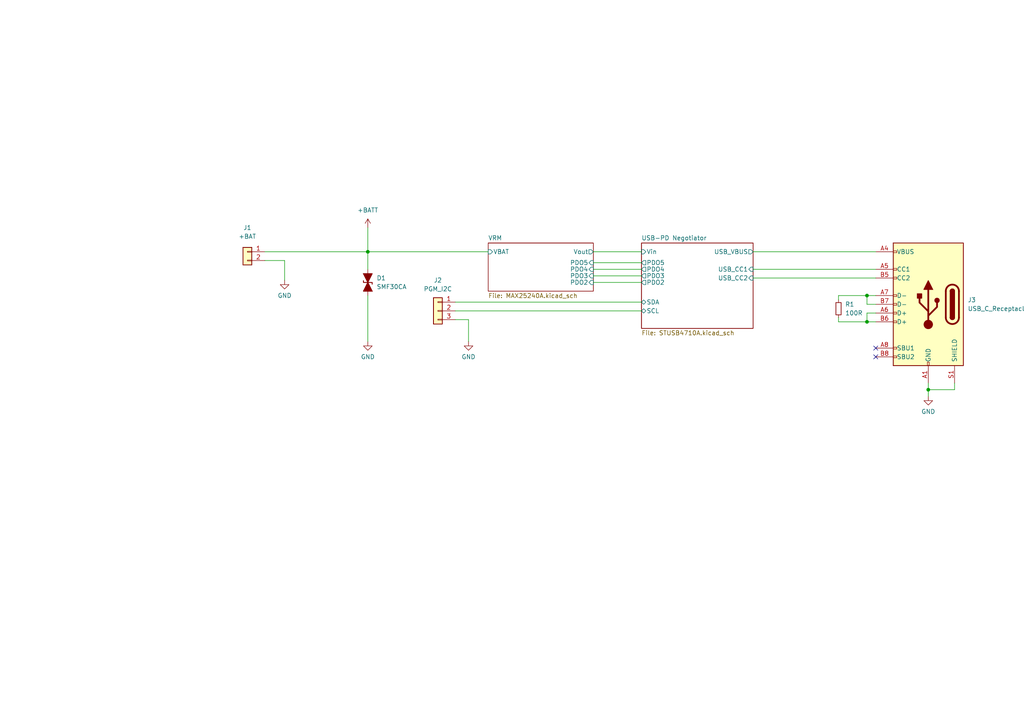
<source format=kicad_sch>
(kicad_sch (version 20211123) (generator eeschema)
  (paper "A4")
  (lib_symbols
    (symbol "Connector:USB_C_Receptacle_USB2.0" (pin_names (offset 1.016))
      (property "Reference" "J" (at -10.16 19.05 0))
      (property "Value" "USB_C_Receptacle_USB2.0" (at 19.05 19.05 0))
      (symbol "USB_C_Receptacle_USB2.0_0_0"
        (rectangle (start -0.254 -17.78) (end 0.254 -16.764))
        (rectangle (start 10.16 -14.986) (end 9.144 -15.494))
        (rectangle (start 10.16 -12.446) (end 9.144 -12.954))
        (rectangle (start 10.16 -4.826) (end 9.144 -5.334))
        (rectangle (start 10.16 -2.286) (end 9.144 -2.794))
        (rectangle (start 10.16 0.254) (end 9.144 -0.254))
        (rectangle (start 10.16 2.794) (end 9.144 2.286))
        (rectangle (start 10.16 7.874) (end 9.144 7.366))
        (rectangle (start 10.16 10.414) (end 9.144 9.906))
        (rectangle (start 10.16 15.494) (end 9.144 14.986))
      )
      (symbol "USB_C_Receptacle_USB2.0_0_1"
        (rectangle (start -10.16 17.78) (end 10.16 -17.78) (stroke (width 0.254)) (fill (type background)))
        (arc (start -8.89 -3.81) (mid -6.985 -5.715) (end -5.08 -3.81) (stroke (width 0.508)))
        (arc (start -7.62 -3.81) (mid -6.985 -4.445) (end -6.35 -3.81) (stroke (width 0.254)))
        (arc (start -7.62 -3.81) (mid -6.985 -4.445) (end -6.35 -3.81) (stroke (width 0.254)) (fill (type outline)))
        (rectangle (start -7.62 -3.81) (end -6.35 3.81) (stroke (width 0.254)) (fill (type outline)))
        (arc (start -6.35 3.81) (mid -6.985 4.445) (end -7.62 3.81) (stroke (width 0.254)))
        (arc (start -6.35 3.81) (mid -6.985 4.445) (end -7.62 3.81) (stroke (width 0.254)) (fill (type outline)))
        (arc (start -5.08 3.81) (mid -6.985 5.715) (end -8.89 3.81) (stroke (width 0.508)))
        (circle (center -2.54 1.143) (radius 0.635) (stroke (width 0.254)) (fill (type outline)))
        (circle (center 0 -5.842) (radius 1.27) (fill (type outline)))
        (polyline (pts (xy -8.89 -3.81) (xy -8.89 3.81)) (stroke (width 0.508)))
        (polyline (pts (xy -5.08 3.81) (xy -5.08 -3.81)) (stroke (width 0.508)))
        (polyline (pts (xy 0 -5.842) (xy 0 4.318)) (stroke (width 0.508)))
        (polyline (pts (xy 0 -3.302) (xy -2.54 -0.762) (xy -2.54 0.508)) (stroke (width 0.508)))
        (polyline (pts (xy 0 -2.032) (xy 2.54 0.508) (xy 2.54 1.778)) (stroke (width 0.508)))
        (polyline (pts (xy -1.27 4.318) (xy 0 6.858) (xy 1.27 4.318) (xy -1.27 4.318)) (stroke (width 0.254)) (fill (type outline)))
        (rectangle (start 1.905 1.778) (end 3.175 3.048) (stroke (width 0.254)) (fill (type outline)))
      )
      (symbol "USB_C_Receptacle_USB2.0_1_1"
        (pin passive line (at 0 -22.86 90) (length 5.08) (name "GND") (number "A1"))
        (pin passive line (at 0 -22.86 90) (length 5.08) hide (name "GND") (number "A12"))
        (pin passive line (at 15.24 15.24 180) (length 5.08) (name "VBUS") (number "A4"))
        (pin bidirectional line (at 15.24 10.16 180) (length 5.08) (name "CC1") (number "A5"))
        (pin bidirectional line (at 15.24 -2.54 180) (length 5.08) (name "D+") (number "A6"))
        (pin bidirectional line (at 15.24 2.54 180) (length 5.08) (name "D-") (number "A7"))
        (pin bidirectional line (at 15.24 -12.7 180) (length 5.08) (name "SBU1") (number "A8"))
        (pin passive line (at 15.24 15.24 180) (length 5.08) hide (name "VBUS") (number "A9"))
        (pin passive line (at 0 -22.86 90) (length 5.08) hide (name "GND") (number "B1"))
        (pin passive line (at 0 -22.86 90) (length 5.08) hide (name "GND") (number "B12"))
        (pin passive line (at 15.24 15.24 180) (length 5.08) hide (name "VBUS") (number "B4"))
        (pin bidirectional line (at 15.24 7.62 180) (length 5.08) (name "CC2") (number "B5"))
        (pin bidirectional line (at 15.24 -5.08 180) (length 5.08) (name "D+") (number "B6"))
        (pin bidirectional line (at 15.24 0 180) (length 5.08) (name "D-") (number "B7"))
        (pin bidirectional line (at 15.24 -15.24 180) (length 5.08) (name "SBU2") (number "B8"))
        (pin passive line (at 15.24 15.24 180) (length 5.08) hide (name "VBUS") (number "B9"))
        (pin passive line (at -7.62 -22.86 90) (length 5.08) (name "SHIELD") (number "S1"))
      )
    )
    (symbol "Connector_Generic:Conn_01x02" (pin_names (offset 1.016) hide)
      (property "Reference" "J" (at 0 2.54 0))
      (property "Value" "Conn_01x02" (at 0 -5.08 0))
      (symbol "Conn_01x02_1_1"
        (rectangle (start -1.27 -2.413) (end 0 -2.667) (stroke (width 0.1524)))
        (rectangle (start -1.27 0.127) (end 0 -0.127) (stroke (width 0.1524)))
        (rectangle (start -1.27 1.27) (end 1.27 -3.81) (stroke (width 0.254)) (fill (type background)))
        (pin passive line (at -5.08 0 0) (length 3.81) (name "Pin_1") (number "1"))
        (pin passive line (at -5.08 -2.54 0) (length 3.81) (name "Pin_2") (number "2"))
      )
    )
    (symbol "Connector_Generic:Conn_01x03" (pin_names (offset 1.016) hide)
      (property "Reference" "J" (at 0 5.08 0))
      (property "Value" "Conn_01x03" (at 0 -5.08 0))
      (symbol "Conn_01x03_1_1"
        (rectangle (start -1.27 -2.413) (end 0 -2.667) (stroke (width 0.1524)))
        (rectangle (start -1.27 0.127) (end 0 -0.127) (stroke (width 0.1524)))
        (rectangle (start -1.27 2.667) (end 0 2.413) (stroke (width 0.1524)))
        (rectangle (start -1.27 3.81) (end 1.27 -3.81) (stroke (width 0.254)) (fill (type background)))
        (pin passive line (at -5.08 2.54 0) (length 3.81) (name "Pin_1") (number "1"))
        (pin passive line (at -5.08 0 0) (length 3.81) (name "Pin_2") (number "2"))
        (pin passive line (at -5.08 -2.54 0) (length 3.81) (name "Pin_3") (number "3"))
      )
    )
    (symbol "Device:D_TVS_Filled" (pin_numbers hide) (pin_names (offset 1.016) hide)
      (property "Reference" "D" (at 0 2.54 0))
      (property "Value" "D_TVS_Filled" (at 0 -2.54 0))
      (symbol "D_TVS_Filled_0_1"
        (polyline (pts (xy 1.27 0) (xy -1.27 0)))
        (polyline (pts (xy -2.54 -1.27) (xy 0 0) (xy -2.54 1.27) (xy -2.54 -1.27)) (stroke (width 0.254)) (fill (type outline)))
        (polyline (pts (xy 0.508 1.27) (xy 0 1.27) (xy 0 -1.27) (xy -0.508 -1.27)) (stroke (width 0.254)))
        (polyline (pts (xy 2.54 1.27) (xy 2.54 -1.27) (xy 0 0) (xy 2.54 1.27)) (stroke (width 0.254)) (fill (type outline)))
      )
      (symbol "D_TVS_Filled_1_1"
        (pin passive line (at -3.81 0 0) (length 2.54) (name "A1") (number "1"))
        (pin passive line (at 3.81 0 180) (length 2.54) (name "A2") (number "2"))
      )
    )
    (symbol "Device:R_Small" (pin_numbers hide) (pin_names (offset 0.254) hide)
      (property "Reference" "R" (at 0.762 0.508 0))
      (property "Value" "R_Small" (at 0.762 -1.016 0))
      (symbol "R_Small_0_1"
        (rectangle (start -0.762 1.778) (end 0.762 -1.778) (stroke (width 0.2032)))
      )
      (symbol "R_Small_1_1"
        (pin passive line (at 0 2.54 270) (length 0.762) (name "~") (number "1"))
        (pin passive line (at 0 -2.54 90) (length 0.762) (name "~") (number "2"))
      )
    )
    (symbol "power:+BATT" (power) (pin_names (offset 0))
      (property "Value" "+BATT" (at 0 3.556 0))
      (symbol "+BATT_0_1"
        (polyline (pts (xy -0.762 1.27) (xy 0 2.54)))
        (polyline (pts (xy 0 0) (xy 0 2.54)))
        (polyline (pts (xy 0 2.54) (xy 0.762 1.27)))
      )
      (symbol "+BATT_1_1"
        (pin power_in line (at 0 0 90) (length 0) hide (name "+BATT") (number "1"))
      )
    )
    (symbol "power:GND" (power) (pin_names (offset 0))
      (property "Value" "GND" (at 0 -3.81 0))
      (symbol "GND_0_1"
        (polyline (pts (xy 0 0) (xy 0 -1.27) (xy 1.27 -1.27) (xy 0 -2.54) (xy -1.27 -1.27) (xy 0 -1.27)))
      )
      (symbol "GND_1_1"
        (pin power_in line (at 0 0 270) (length 0) hide (name "GND") (number "1"))
      )
    )
  )
  (junction (at 106.68 73.025))
  (junction (at 251.46 85.725))
  (junction (at 251.46 93.345))
  (junction (at 269.24 113.03))
  (no_connect (at 254 103.505))
  (no_connect (at 254 100.965))
  (wire (pts (xy 276.86 111.125) (xy 276.86 113.03)))
  (wire (pts (xy 106.68 85.725) (xy 106.68 99.06)))
  (wire (pts (xy 269.24 113.03) (xy 269.24 114.935)))
  (wire (pts (xy 132.08 92.71) (xy 135.89 92.71)))
  (wire (pts (xy 132.08 90.17) (xy 186.055 90.17)))
  (wire (pts (xy 251.46 85.725) (xy 254 85.725)))
  (wire (pts (xy 132.08 87.63) (xy 186.055 87.63)))
  (wire (pts (xy 172.085 76.2) (xy 186.055 76.2)))
  (wire (pts (xy 269.24 111.125) (xy 269.24 113.03)))
  (wire (pts (xy 172.085 81.915) (xy 186.055 81.915)))
  (wire (pts (xy 276.86 113.03) (xy 269.24 113.03)))
  (wire (pts (xy 254 88.265) (xy 251.46 88.265)))
  (wire (pts (xy 106.68 78.105) (xy 106.68 73.025)))
  (wire (pts (xy 218.44 80.645) (xy 254 80.645)))
  (wire (pts (xy 251.46 90.805) (xy 254 90.805)))
  (wire (pts (xy 251.46 93.345) (xy 243.205 93.345)))
  (wire (pts (xy 76.835 73.025) (xy 106.68 73.025)))
  (wire (pts (xy 76.835 75.565) (xy 82.55 75.565)))
  (wire (pts (xy 135.89 92.71) (xy 135.89 99.06)))
  (wire (pts (xy 251.46 93.345) (xy 251.46 90.805)))
  (wire (pts (xy 243.205 86.995) (xy 243.205 85.725)))
  (wire (pts (xy 172.085 78.105) (xy 186.055 78.105)))
  (wire (pts (xy 251.46 88.265) (xy 251.46 85.725)))
  (wire (pts (xy 218.44 78.105) (xy 254 78.105)))
  (wire (pts (xy 254 93.345) (xy 251.46 93.345)))
  (wire (pts (xy 218.44 73.025) (xy 254 73.025)))
  (wire (pts (xy 82.55 75.565) (xy 82.55 81.28)))
  (wire (pts (xy 243.205 93.345) (xy 243.205 92.075)))
  (wire (pts (xy 106.68 66.04) (xy 106.68 73.025)))
  (wire (pts (xy 172.085 73.025) (xy 186.055 73.025)))
  (wire (pts (xy 243.205 85.725) (xy 251.46 85.725)))
  (wire (pts (xy 172.085 80.01) (xy 186.055 80.01)))
  (wire (pts (xy 106.68 73.025) (xy 141.605 73.025)))
  (symbol (lib_id "Connector_Generic:Conn_01x02") (at 71.755 73.025 0) (mirror y) (unit 1)
    (property "Reference" "J1" (at 71.755 66.04 0))
    (property "Value" "+BAT" (at 71.755 68.58 0))
    (property "Footprint" "Connector_JST:JST_PH_B2B-PH-K_1x02_P2.00mm_Vertical" (effects hide))
  )
  (symbol (lib_id "power:+BATT") (at 106.68 66.04 0) (unit 1)
    (property "Reference" "#PWR0105" (effects hide))
    (property "Value" "+BATT" (at 106.68 60.96 0))
  )
  (symbol (lib_id "Connector:USB_C_Receptacle_USB2.0") (at 269.24 88.265 0) (mirror y) (unit 1)
    (property "Reference" "J3" (at 280.67 86.9949 0) (effects (justify right)))
    (property "Value" "USB_C_Receptacle_USB2.0" (at 280.67 89.5349 0) (effects (justify right)))
    (property "Footprint" "footprints:USB4105-GF-A" (effects hide))
    (property "Datasheet" "https://www.usb.org/sites/default/files/documents/usb_type-c.zip" (effects hide))
  )
  (symbol (lib_id "power:GND") (at 135.89 99.06 0) (unit 1)
    (property "Reference" "#PWR0103" (effects hide))
    (property "Value" "GND" (at 135.89 103.505 0))
  )
  (symbol (lib_id "power:GND") (at 82.55 81.28 0) (unit 1)
    (property "Reference" "#PWR0104" (effects hide))
    (property "Value" "GND" (at 82.55 85.725 0))
  )
  (symbol (lib_id "Device:D_TVS_Filled") (at 106.68 81.915 90) (unit 1)
    (property "Reference" "D1" (at 109.22 80.6449 90) (effects (justify right)))
    (property "Value" "SMF30CA" (at 109.22 83.1849 90) (effects (justify right)))
    (property "Footprint" "Diode_SMD:D_SOD-123" (effects hide))
  )
  (symbol (lib_id "power:GND") (at 269.24 114.935 0) (unit 1)
    (property "Reference" "#PWR0101" (effects hide))
    (property "Value" "GND" (at 269.24 119.38 0))
  )
  (symbol (lib_id "Connector_Generic:Conn_01x03") (at 127 90.17 0) (mirror y) (unit 1)
    (property "Reference" "J2" (at 127 81.28 0))
    (property "Value" "PGM_I2C" (at 127 83.82 0))
    (property "Footprint" "Connector_PinHeader_2.54mm:PinHeader_1x03_P2.54mm_Vertical" (effects hide))
  )
  (symbol (lib_id "Device:R_Small") (at 243.205 89.535 0) (unit 1)
    (property "Reference" "R1" (at 245.11 88.2649 0) (effects (justify left)))
    (property "Value" "100R" (at 245.11 90.8049 0) (effects (justify left)))
    (property "Footprint" "Resistor_SMD:R_0603_1608Metric_Pad0.98x0.95mm_HandSolder" (effects hide))
  )
  (symbol (lib_id "power:GND") (at 106.68 99.06 0) (unit 1)
    (property "Reference" "#PWR0102" (effects hide))
    (property "Value" "GND" (at 106.68 103.505 0))
  )
  (sheet (at 141.605 70.485) (size 30.48 13.97) (stroke (width 0.1524))
    (property "Sheet name" "VRM" (at 141.605 69.7734 0) (effects (justify left bottom)))
    (property "Sheet file" "MAX25240A.kicad_sch" (at 141.605 85.0396 0) (effects (justify left top)))
    (pin "VBAT" input (at 141.605 73.025 180))
    (pin "PDO3" input (at 172.085 80.01 0))
    (pin "PDO4" input (at 172.085 78.105 0))
    (pin "PDO2" input (at 172.085 81.915 0))
    (pin "Vout" output (at 172.085 73.025 0))
    (pin "PDO5" input (at 172.085 76.2 0))
  )
  (sheet (at 186.055 70.485) (size 32.385 24.765) (stroke (width 0.1524))
    (property "Sheet name" "USB-PD Negotiator" (at 186.055 69.7734 0) (effects (justify left bottom)))
    (property "Sheet file" "STUSB4710A.kicad_sch" (at 186.055 95.8346 0) (effects (justify left top)))
    (pin "USB_VBUS" output (at 218.44 73.025 0))
    (pin "USB_CC1" input (at 218.44 78.105 0))
    (pin "USB_CC2" input (at 218.44 80.645 0))
    (pin "Vin" input (at 186.055 73.025 180))
    (pin "PDO5" output (at 186.055 76.2 180))
    (pin "PDO3" output (at 186.055 80.01 180))
    (pin "PDO4" output (at 186.055 78.105 180))
    (pin "PDO2" output (at 186.055 81.915 180))
    (pin "SDA" bidirectional (at 186.055 87.63 180))
    (pin "SCL" bidirectional (at 186.055 90.17 180))
  )
)
</source>
